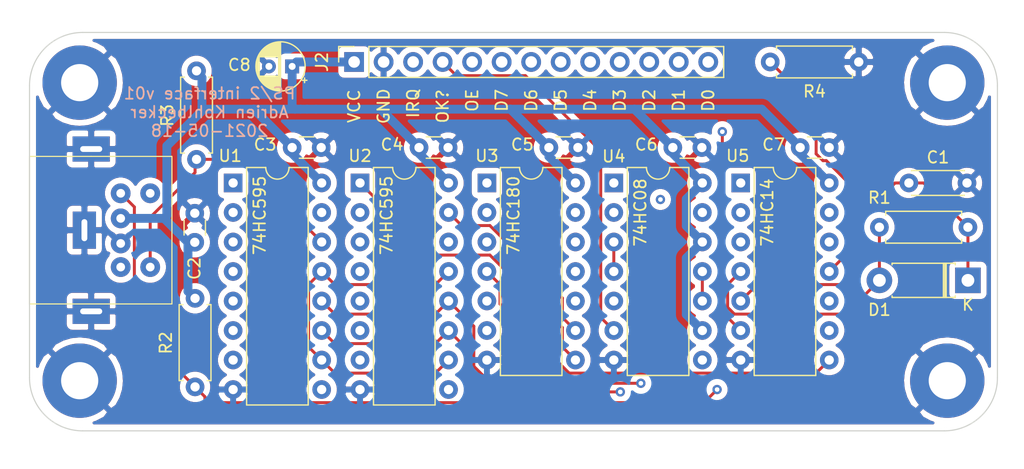
<source format=kicad_pcb>
(kicad_pcb (version 20171130) (host pcbnew "(5.1.9-0-10_14)")
  (layers (0 F.Cu signal) (1 In1.Cu signal) (2 In2.Cu signal) (31 B.Cu signal) (34 B.Paste user) (35 F.Paste user) (36 B.SilkS user) (37 F.SilkS user) (38 B.Mask user) (39 F.Mask user) (44 Edge.Cuts user))
  (net 0 "")
  (net 1 GND)
  (net 2 "Net-(C1-Pad1)")
  (net 3 VCC)
  (net 4 "Net-(D1-Pad2)")
  (net 5 /D0)
  (net 6 /D1)
  (net 7 /D2)
  (net 8 /D3)
  (net 9 /D4)
  (net 10 /D5)
  (net 11 /D6)
  (net 12 /D7)
  (net 13 BUS_ENABLE)
  (net 14 VALID_PACKET)
  (net 15 IRQ)
  (net 16 KBD_CLK)
  (net 17 KBD_DATA)
  (net 18 /DE)
  (net 19 ~REG_OE)
  (net 20 ~LATCH_CLK)
  (net 21 ~REG_CLK)
  (net 22 "Net-(U1-Pad9)")
  (net 23 /DP)
  (net 24 /DS)
  (net 25 "Net-(U3-Pad5)")
  (net 26 "Net-(U3-Pad4)")
  (net 27 "Net-(U4-Pad10)")
  (net 28 "Net-(U4-Pad3)")
  (net 29 "Net-(U4-Pad2)")
  (module AK's_Footprints:Mini_din6 (layer F.Cu) (at 82.2706 76.962 270)
    (fp_text reference J1)
    (fp_text value Mini-DIN-6)
    (fp_line (start -6.35 1.27) (end -6.35 -5.68) (layer F.SilkS) (width 0.1))
    (fp_line (start -6.35 -5.68) (end 6.35 -5.68) (layer F.SilkS) (width 0.1))
    (fp_line (start 6.35 -5.68) (end 6.35 6.58) (layer F.SilkS) (width 0.1))
    (fp_line (start 6.35 6.58) (end -6.35 6.58) (layer F.SilkS) (width 0.1))
    (fp_line (start -6.35 6.58) (end -6.35 1.27) (layer F.SilkS) (width 0.1))
    (pad GND thru_hole rect (at -6.985 1.27 270) (size 2.16916 3.2004) (drill oval 0.5 1.9) (layers *.Cu *.Mask) (net 1 GND))
    (pad GND thru_hole rect (at 6.985 1.27 270) (size 2.16916 3.2004) (drill oval 0.5 1.9) (layers *.Cu *.Mask) (net 1 GND))
    (pad GND thru_hole rect (at 0 1.8542 270) (size 3.2004 1.99898) (drill oval 1.9 0.5) (layers *.Cu *.Mask) (net 1 GND))
    (pad 3 thru_hole circle (at 3.175 -1.27 270) (size 1.7 1.7) (drill 0.75) (layers *.Cu *.Mask) (net 1 GND))
    (pad 4 thru_hole circle (at -3.175 -1.27 270) (size 1.7 1.7) (drill 0.75) (layers *.Cu *.Mask) (net 3 VCC))
    (pad 6 thru_hole circle (at -3.175 -3.81 270) (size 1.7 1.7) (drill 0.75) (layers *.Cu *.Mask))
    (pad 5 thru_hole circle (at 3.175 -3.81 270) (size 1.7 1.7) (drill 0.75) (layers *.Cu *.Mask) (net 16 KBD_CLK))
    (pad 1 thru_hole circle (at 1.143 -1.27 270) (size 1.7 1.7) (drill 0.75) (layers *.Cu *.Mask) (net 17 KBD_DATA))
    (pad 2 thru_hole circle (at -1.016 -1.27 270) (size 1.7 1.7) (drill 0.75) (layers *.Cu *.Mask))
  )
  (module MountingHole:MountingHole_3.2mm_M3_Pad (layer F.Cu) (at 154.686 89.916)
    (fp_text reference H4 hide)
    (fp_text value MountingHole_Pad)
    (pad 1 thru_hole circle (at 0 0) (size 6.4 6.4) (drill 3.2) (layers *.Cu *.Mask) (net 1 GND))
  )
  (module MountingHole:MountingHole_3.2mm_M3_Pad (layer F.Cu) (at 154.686 64.262)
    (fp_text reference H3 hide)
    (fp_text value MountingHole_Pad)
    (pad 1 thru_hole circle (at 0 0) (size 6.4 6.4) (drill 3.2) (layers *.Cu *.Mask) (net 1 GND))
  )
  (module MountingHole:MountingHole_3.2mm_M3_Pad (layer F.Cu) (at 80.01 89.916)
    (fp_text reference H2 hide)
    (fp_text value MountingHole_Pad)
    (pad 1 thru_hole circle (at 0 0) (size 6.4 6.4) (drill 3.2) (layers *.Cu *.Mask) (net 1 GND))
  )
  (module MountingHole:MountingHole_3.2mm_M3_Pad (layer F.Cu) (at 80.01 64.262)
    (fp_text reference H1 hide)
    (fp_text value MountingHole_Pad)
    (pad 1 thru_hole circle (at 0 0) (size 6.4 6.4) (drill 3.2) (layers *.Cu *.Mask) (net 1 GND))
  )
  (module Capacitor_THT:CP_Radial_D4.0mm_P2.00mm (layer F.Cu) (at 98.298 62.865 180)
    (fp_text reference C8 (at 4.5466 0.127) (layer F.SilkS))
    (fp_text value 1uF)
    (fp_circle (center 1 0) (end 3.12 0) (layer F.SilkS) (width 0.12))
    (fp_line (start 1 -2.08) (end 1 2.08) (layer F.SilkS) (width 0.12))
    (fp_line (start 1.04 -2.08) (end 1.04 2.08) (layer F.SilkS) (width 0.12))
    (fp_line (start 1.08 -2.079) (end 1.08 2.079) (layer F.SilkS) (width 0.12))
    (fp_line (start 1.12 -2.077) (end 1.12 2.077) (layer F.SilkS) (width 0.12))
    (fp_line (start 1.16 -2.074) (end 1.16 2.074) (layer F.SilkS) (width 0.12))
    (fp_line (start 1.2 -2.071) (end 1.2 -0.84) (layer F.SilkS) (width 0.12))
    (fp_line (start 1.2 0.84) (end 1.2 2.071) (layer F.SilkS) (width 0.12))
    (fp_line (start 1.24 -2.067) (end 1.24 -0.84) (layer F.SilkS) (width 0.12))
    (fp_line (start 1.24 0.84) (end 1.24 2.067) (layer F.SilkS) (width 0.12))
    (fp_line (start 1.28 -2.062) (end 1.28 -0.84) (layer F.SilkS) (width 0.12))
    (fp_line (start 1.28 0.84) (end 1.28 2.062) (layer F.SilkS) (width 0.12))
    (fp_line (start 1.32 -2.056) (end 1.32 -0.84) (layer F.SilkS) (width 0.12))
    (fp_line (start 1.32 0.84) (end 1.32 2.056) (layer F.SilkS) (width 0.12))
    (fp_line (start 1.36 -2.05) (end 1.36 -0.84) (layer F.SilkS) (width 0.12))
    (fp_line (start 1.36 0.84) (end 1.36 2.05) (layer F.SilkS) (width 0.12))
    (fp_line (start 1.4 -2.042) (end 1.4 -0.84) (layer F.SilkS) (width 0.12))
    (fp_line (start 1.4 0.84) (end 1.4 2.042) (layer F.SilkS) (width 0.12))
    (fp_line (start 1.44 -2.034) (end 1.44 -0.84) (layer F.SilkS) (width 0.12))
    (fp_line (start 1.44 0.84) (end 1.44 2.034) (layer F.SilkS) (width 0.12))
    (fp_line (start 1.48 -2.025) (end 1.48 -0.84) (layer F.SilkS) (width 0.12))
    (fp_line (start 1.48 0.84) (end 1.48 2.025) (layer F.SilkS) (width 0.12))
    (fp_line (start 1.52 -2.016) (end 1.52 -0.84) (layer F.SilkS) (width 0.12))
    (fp_line (start 1.52 0.84) (end 1.52 2.016) (layer F.SilkS) (width 0.12))
    (fp_line (start 1.56 -2.005) (end 1.56 -0.84) (layer F.SilkS) (width 0.12))
    (fp_line (start 1.56 0.84) (end 1.56 2.005) (layer F.SilkS) (width 0.12))
    (fp_line (start 1.6 -1.994) (end 1.6 -0.84) (layer F.SilkS) (width 0.12))
    (fp_line (start 1.6 0.84) (end 1.6 1.994) (layer F.SilkS) (width 0.12))
    (fp_line (start 1.64 -1.982) (end 1.64 -0.84) (layer F.SilkS) (width 0.12))
    (fp_line (start 1.64 0.84) (end 1.64 1.982) (layer F.SilkS) (width 0.12))
    (fp_line (start 1.68 -1.968) (end 1.68 -0.84) (layer F.SilkS) (width 0.12))
    (fp_line (start 1.68 0.84) (end 1.68 1.968) (layer F.SilkS) (width 0.12))
    (fp_line (start 1.721 -1.954) (end 1.721 -0.84) (layer F.SilkS) (width 0.12))
    (fp_line (start 1.721 0.84) (end 1.721 1.954) (layer F.SilkS) (width 0.12))
    (fp_line (start 1.761 -1.94) (end 1.761 -0.84) (layer F.SilkS) (width 0.12))
    (fp_line (start 1.761 0.84) (end 1.761 1.94) (layer F.SilkS) (width 0.12))
    (fp_line (start 1.801 -1.924) (end 1.801 -0.84) (layer F.SilkS) (width 0.12))
    (fp_line (start 1.801 0.84) (end 1.801 1.924) (layer F.SilkS) (width 0.12))
    (fp_line (start 1.841 -1.907) (end 1.841 -0.84) (layer F.SilkS) (width 0.12))
    (fp_line (start 1.841 0.84) (end 1.841 1.907) (layer F.SilkS) (width 0.12))
    (fp_line (start 1.881 -1.889) (end 1.881 -0.84) (layer F.SilkS) (width 0.12))
    (fp_line (start 1.881 0.84) (end 1.881 1.889) (layer F.SilkS) (width 0.12))
    (fp_line (start 1.921 -1.87) (end 1.921 -0.84) (layer F.SilkS) (width 0.12))
    (fp_line (start 1.921 0.84) (end 1.921 1.87) (layer F.SilkS) (width 0.12))
    (fp_line (start 1.961 -1.851) (end 1.961 -0.84) (layer F.SilkS) (width 0.12))
    (fp_line (start 1.961 0.84) (end 1.961 1.851) (layer F.SilkS) (width 0.12))
    (fp_line (start 2.001 -1.83) (end 2.001 -0.84) (layer F.SilkS) (width 0.12))
    (fp_line (start 2.001 0.84) (end 2.001 1.83) (layer F.SilkS) (width 0.12))
    (fp_line (start 2.041 -1.808) (end 2.041 -0.84) (layer F.SilkS) (width 0.12))
    (fp_line (start 2.041 0.84) (end 2.041 1.808) (layer F.SilkS) (width 0.12))
    (fp_line (start 2.081 -1.785) (end 2.081 -0.84) (layer F.SilkS) (width 0.12))
    (fp_line (start 2.081 0.84) (end 2.081 1.785) (layer F.SilkS) (width 0.12))
    (fp_line (start 2.121 -1.76) (end 2.121 -0.84) (layer F.SilkS) (width 0.12))
    (fp_line (start 2.121 0.84) (end 2.121 1.76) (layer F.SilkS) (width 0.12))
    (fp_line (start 2.161 -1.735) (end 2.161 -0.84) (layer F.SilkS) (width 0.12))
    (fp_line (start 2.161 0.84) (end 2.161 1.735) (layer F.SilkS) (width 0.12))
    (fp_line (start 2.201 -1.708) (end 2.201 -0.84) (layer F.SilkS) (width 0.12))
    (fp_line (start 2.201 0.84) (end 2.201 1.708) (layer F.SilkS) (width 0.12))
    (fp_line (start 2.241 -1.68) (end 2.241 -0.84) (layer F.SilkS) (width 0.12))
    (fp_line (start 2.241 0.84) (end 2.241 1.68) (layer F.SilkS) (width 0.12))
    (fp_line (start 2.281 -1.65) (end 2.281 -0.84) (layer F.SilkS) (width 0.12))
    (fp_line (start 2.281 0.84) (end 2.281 1.65) (layer F.SilkS) (width 0.12))
    (fp_line (start 2.321 -1.619) (end 2.321 -0.84) (layer F.SilkS) (width 0.12))
    (fp_line (start 2.321 0.84) (end 2.321 1.619) (layer F.SilkS) (width 0.12))
    (fp_line (start 2.361 -1.587) (end 2.361 -0.84) (layer F.SilkS) (width 0.12))
    (fp_line (start 2.361 0.84) (end 2.361 1.587) (layer F.SilkS) (width 0.12))
    (fp_line (start 2.401 -1.552) (end 2.401 -0.84) (layer F.SilkS) (width 0.12))
    (fp_line (start 2.401 0.84) (end 2.401 1.552) (layer F.SilkS) (width 0.12))
    (fp_line (start 2.441 -1.516) (end 2.441 -0.84) (layer F.SilkS) (width 0.12))
    (fp_line (start 2.441 0.84) (end 2.441 1.516) (layer F.SilkS) (width 0.12))
    (fp_line (start 2.481 -1.478) (end 2.481 -0.84) (layer F.SilkS) (width 0.12))
    (fp_line (start 2.481 0.84) (end 2.481 1.478) (layer F.SilkS) (width 0.12))
    (fp_line (start 2.521 -1.438) (end 2.521 -0.84) (layer F.SilkS) (width 0.12))
    (fp_line (start 2.521 0.84) (end 2.521 1.438) (layer F.SilkS) (width 0.12))
    (fp_line (start 2.561 -1.396) (end 2.561 -0.84) (layer F.SilkS) (width 0.12))
    (fp_line (start 2.561 0.84) (end 2.561 1.396) (layer F.SilkS) (width 0.12))
    (fp_line (start 2.601 -1.351) (end 2.601 -0.84) (layer F.SilkS) (width 0.12))
    (fp_line (start 2.601 0.84) (end 2.601 1.351) (layer F.SilkS) (width 0.12))
    (fp_line (start 2.641 -1.304) (end 2.641 -0.84) (layer F.SilkS) (width 0.12))
    (fp_line (start 2.641 0.84) (end 2.641 1.304) (layer F.SilkS) (width 0.12))
    (fp_line (start 2.681 -1.254) (end 2.681 -0.84) (layer F.SilkS) (width 0.12))
    (fp_line (start 2.681 0.84) (end 2.681 1.254) (layer F.SilkS) (width 0.12))
    (fp_line (start 2.721 -1.2) (end 2.721 -0.84) (layer F.SilkS) (width 0.12))
    (fp_line (start 2.721 0.84) (end 2.721 1.2) (layer F.SilkS) (width 0.12))
    (fp_line (start 2.761 -1.142) (end 2.761 -0.84) (layer F.SilkS) (width 0.12))
    (fp_line (start 2.761 0.84) (end 2.761 1.142) (layer F.SilkS) (width 0.12))
    (fp_line (start 2.801 -1.08) (end 2.801 -0.84) (layer F.SilkS) (width 0.12))
    (fp_line (start 2.801 0.84) (end 2.801 1.08) (layer F.SilkS) (width 0.12))
    (fp_line (start 2.841 -1.013) (end 2.841 1.013) (layer F.SilkS) (width 0.12))
    (fp_line (start 2.881 -0.94) (end 2.881 0.94) (layer F.SilkS) (width 0.12))
    (fp_line (start 2.921 -0.859) (end 2.921 0.859) (layer F.SilkS) (width 0.12))
    (fp_line (start 2.961 -0.768) (end 2.961 0.768) (layer F.SilkS) (width 0.12))
    (fp_line (start 3.001 -0.664) (end 3.001 0.664) (layer F.SilkS) (width 0.12))
    (fp_line (start 3.041 -0.537) (end 3.041 0.537) (layer F.SilkS) (width 0.12))
    (fp_line (start 3.081 -0.37) (end 3.081 0.37) (layer F.SilkS) (width 0.12))
    (fp_line (start -1.269801 -1.195) (end -0.869801 -1.195) (layer F.SilkS) (width 0.12))
    (fp_line (start -1.069801 -1.395) (end -1.069801 -0.995) (layer F.SilkS) (width 0.12))
    (pad 2 thru_hole circle (at 2 0 180) (size 1.2 1.2) (drill 0.6) (layers *.Cu *.Mask) (net 1 GND))
    (pad 1 thru_hole rect (at 0 0 180) (size 1.2 1.2) (drill 0.6) (layers *.Cu *.Mask) (net 3 VCC))
  )
  (module Package_DIP:DIP-14_W7.62mm (layer F.Cu) (at 136.906 72.898)
    (fp_text reference U5 (at -0.254 -2.33) (layer F.SilkS))
    (fp_text value 74HC14)
    (fp_line (start 2.81 -1.33) (end 1.16 -1.33) (layer F.SilkS) (width 0.12))
    (fp_line (start 1.16 -1.33) (end 1.16 16.57) (layer F.SilkS) (width 0.12))
    (fp_line (start 1.16 16.57) (end 6.46 16.57) (layer F.SilkS) (width 0.12))
    (fp_line (start 6.46 16.57) (end 6.46 -1.33) (layer F.SilkS) (width 0.12))
    (fp_line (start 6.46 -1.33) (end 4.81 -1.33) (layer F.SilkS) (width 0.12))
    (fp_arc (start 3.81 -1.33) (end 2.81 -1.33) (angle -180) (layer F.SilkS) (width 0.12))
    (pad 14 thru_hole oval (at 7.62 0) (size 1.6 1.6) (drill 0.8) (layers *.Cu *.Mask) (net 3 VCC))
    (pad 7 thru_hole oval (at 0 15.24) (size 1.6 1.6) (drill 0.8) (layers *.Cu *.Mask) (net 1 GND))
    (pad 13 thru_hole oval (at 7.62 2.54) (size 1.6 1.6) (drill 0.8) (layers *.Cu *.Mask) (net 16 KBD_CLK))
    (pad 6 thru_hole oval (at 0 12.7) (size 1.6 1.6) (drill 0.8) (layers *.Cu *.Mask) (net 15 IRQ))
    (pad 12 thru_hole oval (at 7.62 5.08) (size 1.6 1.6) (drill 0.8) (layers *.Cu *.Mask) (net 21 ~REG_CLK))
    (pad 5 thru_hole oval (at 0 10.16) (size 1.6 1.6) (drill 0.8) (layers *.Cu *.Mask) (net 2 "Net-(C1-Pad1)"))
    (pad 11 thru_hole oval (at 7.62 7.62) (size 1.6 1.6) (drill 0.8) (layers *.Cu *.Mask) (net 13 BUS_ENABLE))
    (pad 4 thru_hole oval (at 0 7.62) (size 1.6 1.6) (drill 0.8) (layers *.Cu *.Mask) (net 4 "Net-(D1-Pad2)"))
    (pad 10 thru_hole oval (at 7.62 10.16) (size 1.6 1.6) (drill 0.8) (layers *.Cu *.Mask) (net 19 ~REG_OE))
    (pad 3 thru_hole oval (at 0 5.08) (size 1.6 1.6) (drill 0.8) (layers *.Cu *.Mask) (net 16 KBD_CLK))
    (pad 9 thru_hole oval (at 7.62 12.7) (size 1.6 1.6) (drill 0.8) (layers *.Cu *.Mask) (net 23 /DP))
    (pad 2 thru_hole oval (at 0 2.54) (size 1.6 1.6) (drill 0.8) (layers *.Cu *.Mask) (net 29 "Net-(U4-Pad2)"))
    (pad 8 thru_hole oval (at 7.62 15.24) (size 1.6 1.6) (drill 0.8) (layers *.Cu *.Mask) (net 26 "Net-(U3-Pad4)"))
    (pad 1 thru_hole rect (at 0 0) (size 1.6 1.6) (drill 0.8) (layers *.Cu *.Mask) (net 24 /DS))
  )
  (module Capacitor_THT:C_Disc_D4.3mm_W1.9mm_P5.00mm (layer F.Cu) (at 151.384 72.898)
    (fp_text reference C1 (at 2.5 -2.2) (layer F.SilkS))
    (fp_text value 10nF)
    (fp_line (start 0.23 -1.07) (end 4.77 -1.07) (layer F.SilkS) (width 0.12))
    (fp_line (start 0.23 1.07) (end 4.77 1.07) (layer F.SilkS) (width 0.12))
    (fp_line (start 0.23 -1.07) (end 0.23 -1.055) (layer F.SilkS) (width 0.12))
    (fp_line (start 0.23 1.055) (end 0.23 1.07) (layer F.SilkS) (width 0.12))
    (fp_line (start 4.77 -1.07) (end 4.77 -1.055) (layer F.SilkS) (width 0.12))
    (fp_line (start 4.77 1.055) (end 4.77 1.07) (layer F.SilkS) (width 0.12))
    (pad 2 thru_hole circle (at 5 0) (size 1.6 1.6) (drill 0.8) (layers *.Cu *.Mask) (net 1 GND))
    (pad 1 thru_hole circle (at 0 0) (size 1.6 1.6) (drill 0.8) (layers *.Cu *.Mask) (net 2 "Net-(C1-Pad1)"))
  )
  (module Resistor_THT:R_Axial_DIN0207_L6.3mm_D2.5mm_P7.62mm_Horizontal (layer F.Cu) (at 139.446 62.484)
    (fp_text reference R4 (at 3.81 2.54) (layer F.SilkS))
    (fp_text value 10k)
    (fp_line (start 0.54 -1.04) (end 0.54 -1.37) (layer F.SilkS) (width 0.12))
    (fp_line (start 0.54 -1.37) (end 7.08 -1.37) (layer F.SilkS) (width 0.12))
    (fp_line (start 7.08 -1.37) (end 7.08 -1.04) (layer F.SilkS) (width 0.12))
    (fp_line (start 0.54 1.04) (end 0.54 1.37) (layer F.SilkS) (width 0.12))
    (fp_line (start 0.54 1.37) (end 7.08 1.37) (layer F.SilkS) (width 0.12))
    (fp_line (start 7.08 1.37) (end 7.08 1.04) (layer F.SilkS) (width 0.12))
    (pad 2 thru_hole oval (at 7.62 0) (size 1.6 1.6) (drill 0.8) (layers *.Cu *.Mask) (net 1 GND))
    (pad 1 thru_hole circle (at 0 0) (size 1.6 1.6) (drill 0.8) (layers *.Cu *.Mask) (net 13 BUS_ENABLE))
  )
  (module Resistor_THT:R_Axial_DIN0207_L6.3mm_D2.5mm_P7.62mm_Horizontal (layer F.Cu) (at 90.0684 63.246 270)
    (fp_text reference R3 (at 3.8354 2.5146 90) (layer F.SilkS))
    (fp_text value 10k)
    (fp_line (start 0.54 -1.04) (end 0.54 -1.37) (layer F.SilkS) (width 0.12))
    (fp_line (start 0.54 -1.37) (end 7.08 -1.37) (layer F.SilkS) (width 0.12))
    (fp_line (start 7.08 -1.37) (end 7.08 -1.04) (layer F.SilkS) (width 0.12))
    (fp_line (start 0.54 1.04) (end 0.54 1.37) (layer F.SilkS) (width 0.12))
    (fp_line (start 0.54 1.37) (end 7.08 1.37) (layer F.SilkS) (width 0.12))
    (fp_line (start 7.08 1.37) (end 7.08 1.04) (layer F.SilkS) (width 0.12))
    (pad 2 thru_hole oval (at 7.62 0 270) (size 1.6 1.6) (drill 0.8) (layers *.Cu *.Mask) (net 17 KBD_DATA))
    (pad 1 thru_hole circle (at 0 0 270) (size 1.6 1.6) (drill 0.8) (layers *.Cu *.Mask) (net 3 VCC))
  )
  (module Resistor_THT:R_Axial_DIN0207_L6.3mm_D2.5mm_P7.62mm_Horizontal (layer F.Cu) (at 89.9414 82.8294 270)
    (fp_text reference R2 (at 3.8354 2.5146 90) (layer F.SilkS))
    (fp_text value 10k)
    (fp_line (start 0.54 -1.04) (end 0.54 -1.37) (layer F.SilkS) (width 0.12))
    (fp_line (start 0.54 -1.37) (end 7.08 -1.37) (layer F.SilkS) (width 0.12))
    (fp_line (start 7.08 -1.37) (end 7.08 -1.04) (layer F.SilkS) (width 0.12))
    (fp_line (start 0.54 1.04) (end 0.54 1.37) (layer F.SilkS) (width 0.12))
    (fp_line (start 0.54 1.37) (end 7.08 1.37) (layer F.SilkS) (width 0.12))
    (fp_line (start 7.08 1.37) (end 7.08 1.04) (layer F.SilkS) (width 0.12))
    (pad 2 thru_hole oval (at 7.62 0 270) (size 1.6 1.6) (drill 0.8) (layers *.Cu *.Mask) (net 16 KBD_CLK))
    (pad 1 thru_hole circle (at 0 0 270) (size 1.6 1.6) (drill 0.8) (layers *.Cu *.Mask) (net 3 VCC))
  )
  (module Resistor_THT:R_Axial_DIN0207_L6.3mm_D2.5mm_P7.62mm_Horizontal (layer F.Cu) (at 148.844 76.708)
    (fp_text reference R1 (at 0 -2.54) (layer F.SilkS))
    (fp_text value 22k)
    (fp_line (start 0.54 -1.04) (end 0.54 -1.37) (layer F.SilkS) (width 0.12))
    (fp_line (start 0.54 -1.37) (end 7.08 -1.37) (layer F.SilkS) (width 0.12))
    (fp_line (start 7.08 -1.37) (end 7.08 -1.04) (layer F.SilkS) (width 0.12))
    (fp_line (start 0.54 1.04) (end 0.54 1.37) (layer F.SilkS) (width 0.12))
    (fp_line (start 0.54 1.37) (end 7.08 1.37) (layer F.SilkS) (width 0.12))
    (fp_line (start 7.08 1.37) (end 7.08 1.04) (layer F.SilkS) (width 0.12))
    (pad 2 thru_hole oval (at 7.62 0) (size 1.6 1.6) (drill 0.8) (layers *.Cu *.Mask) (net 2 "Net-(C1-Pad1)"))
    (pad 1 thru_hole circle (at 0 0) (size 1.6 1.6) (drill 0.8) (layers *.Cu *.Mask) (net 4 "Net-(D1-Pad2)"))
  )
  (module Diode_THT:D_DO-41_SOD81_P7.62mm_Horizontal (layer F.Cu) (at 156.464 81.28 180)
    (fp_text reference D1 (at 7.62 -2.54) (layer F.SilkS))
    (fp_text value 1N5817)
    (fp_line (start 1.09 -1.34) (end 1.09 -1.47) (layer F.SilkS) (width 0.12))
    (fp_line (start 1.09 -1.47) (end 6.53 -1.47) (layer F.SilkS) (width 0.12))
    (fp_line (start 6.53 -1.47) (end 6.53 -1.34) (layer F.SilkS) (width 0.12))
    (fp_line (start 1.09 1.34) (end 1.09 1.47) (layer F.SilkS) (width 0.12))
    (fp_line (start 1.09 1.47) (end 6.53 1.47) (layer F.SilkS) (width 0.12))
    (fp_line (start 6.53 1.47) (end 6.53 1.34) (layer F.SilkS) (width 0.12))
    (fp_line (start 1.99 -1.47) (end 1.99 1.47) (layer F.SilkS) (width 0.12))
    (fp_line (start 2.11 -1.47) (end 2.11 1.47) (layer F.SilkS) (width 0.12))
    (fp_line (start 1.87 -1.47) (end 1.87 1.47) (layer F.SilkS) (width 0.12))
    (fp_text user K (at 0 -2.1) (layer F.SilkS))
    (pad 2 thru_hole oval (at 7.62 0 180) (size 2.2 2.2) (drill 1.1) (layers *.Cu *.Mask) (net 4 "Net-(D1-Pad2)"))
    (pad 1 thru_hole rect (at 0 0 180) (size 2.2 2.2) (drill 1.1) (layers *.Cu *.Mask) (net 2 "Net-(C1-Pad1)"))
  )
  (module Capacitor_THT:C_Disc_D3.0mm_W1.6mm_P2.50mm (layer F.Cu) (at 142.026 69.85)
    (fp_text reference C7 (at -2.286 -0.254) (layer F.SilkS))
    (fp_text value 0.1uF)
    (fp_line (start 0.621 -0.92) (end 1.879 -0.92) (layer F.SilkS) (width 0.12))
    (fp_line (start 0.621 0.92) (end 1.879 0.92) (layer F.SilkS) (width 0.12))
    (pad 2 thru_hole circle (at 2.5 0) (size 1.6 1.6) (drill 0.8) (layers *.Cu *.Mask) (net 1 GND))
    (pad 1 thru_hole circle (at 0 0) (size 1.6 1.6) (drill 0.8) (layers *.Cu *.Mask) (net 3 VCC))
  )
  (module Capacitor_THT:C_Disc_D3.0mm_W1.6mm_P2.50mm (layer F.Cu) (at 131.064 69.85)
    (fp_text reference C6 (at -2.286 -0.254) (layer F.SilkS))
    (fp_text value 0.1uF)
    (fp_line (start 0.621 -0.92) (end 1.879 -0.92) (layer F.SilkS) (width 0.12))
    (fp_line (start 0.621 0.92) (end 1.879 0.92) (layer F.SilkS) (width 0.12))
    (pad 2 thru_hole circle (at 2.5 0) (size 1.6 1.6) (drill 0.8) (layers *.Cu *.Mask) (net 1 GND))
    (pad 1 thru_hole circle (at 0 0) (size 1.6 1.6) (drill 0.8) (layers *.Cu *.Mask) (net 3 VCC))
  )
  (module Capacitor_THT:C_Disc_D3.0mm_W1.6mm_P2.50mm (layer F.Cu) (at 120.396 69.85)
    (fp_text reference C5 (at -2.286 -0.254) (layer F.SilkS))
    (fp_text value 0.1uF)
    (fp_line (start 0.621 -0.92) (end 1.879 -0.92) (layer F.SilkS) (width 0.12))
    (fp_line (start 0.621 0.92) (end 1.879 0.92) (layer F.SilkS) (width 0.12))
    (pad 2 thru_hole circle (at 2.5 0) (size 1.6 1.6) (drill 0.8) (layers *.Cu *.Mask) (net 1 GND))
    (pad 1 thru_hole circle (at 0 0) (size 1.6 1.6) (drill 0.8) (layers *.Cu *.Mask) (net 3 VCC))
  )
  (module Capacitor_THT:C_Disc_D3.0mm_W1.6mm_P2.50mm (layer F.Cu) (at 109.22 69.85)
    (fp_text reference C4 (at -2.326 -0.254) (layer F.SilkS))
    (fp_text value 0.1uF)
    (fp_line (start 0.621 -0.92) (end 1.879 -0.92) (layer F.SilkS) (width 0.12))
    (fp_line (start 0.621 0.92) (end 1.879 0.92) (layer F.SilkS) (width 0.12))
    (pad 2 thru_hole circle (at 2.5 0) (size 1.6 1.6) (drill 0.8) (layers *.Cu *.Mask) (net 1 GND))
    (pad 1 thru_hole circle (at 0 0) (size 1.6 1.6) (drill 0.8) (layers *.Cu *.Mask) (net 3 VCC))
  )
  (module Capacitor_THT:C_Disc_D3.0mm_W1.6mm_P2.50mm (layer F.Cu) (at 98.298 69.85)
    (fp_text reference C3 (at -2.326 -0.254) (layer F.SilkS))
    (fp_text value 0.1uF)
    (fp_line (start 0.621 -0.92) (end 1.879 -0.92) (layer F.SilkS) (width 0.12))
    (fp_line (start 0.621 0.92) (end 1.879 0.92) (layer F.SilkS) (width 0.12))
    (pad 2 thru_hole circle (at 2.5 0) (size 1.6 1.6) (drill 0.8) (layers *.Cu *.Mask) (net 1 GND))
    (pad 1 thru_hole circle (at 0 0) (size 1.6 1.6) (drill 0.8) (layers *.Cu *.Mask) (net 3 VCC))
  )
  (module Capacitor_THT:C_Disc_D3.0mm_W1.6mm_P2.50mm (layer F.Cu) (at 89.916 78.0034 90)
    (fp_text reference C2 (at -2.2606 -0.0254 90) (layer F.SilkS))
    (fp_text value 0.1uF)
    (fp_line (start 0.621 -0.92) (end 1.879 -0.92) (layer F.SilkS) (width 0.12))
    (fp_line (start 0.621 0.92) (end 1.879 0.92) (layer F.SilkS) (width 0.12))
    (pad 2 thru_hole circle (at 2.5 0 90) (size 1.6 1.6) (drill 0.8) (layers *.Cu *.Mask) (net 1 GND))
    (pad 1 thru_hole circle (at 0 0 90) (size 1.6 1.6) (drill 0.8) (layers *.Cu *.Mask) (net 3 VCC))
  )
  (module Package_DIP:DIP-14_W7.62mm (layer F.Cu) (at 125.984 72.898)
    (fp_text reference U4 (at 0 -2.286) (layer F.SilkS))
    (fp_text value 74HC08)
    (fp_line (start 6.46 -1.33) (end 4.81 -1.33) (layer F.SilkS) (width 0.12))
    (fp_line (start 6.46 16.57) (end 6.46 -1.33) (layer F.SilkS) (width 0.12))
    (fp_line (start 1.16 16.57) (end 6.46 16.57) (layer F.SilkS) (width 0.12))
    (fp_line (start 1.16 -1.33) (end 1.16 16.57) (layer F.SilkS) (width 0.12))
    (fp_line (start 2.81 -1.33) (end 1.16 -1.33) (layer F.SilkS) (width 0.12))
    (fp_arc (start 3.81 -1.33) (end 2.81 -1.33) (angle -180) (layer F.SilkS) (width 0.12))
    (pad 14 thru_hole oval (at 7.62 0) (size 1.6 1.6) (drill 0.8) (layers *.Cu *.Mask) (net 3 VCC))
    (pad 7 thru_hole oval (at 0 15.24) (size 1.6 1.6) (drill 0.8) (layers *.Cu *.Mask) (net 1 GND))
    (pad 13 thru_hole oval (at 7.62 2.54) (size 1.6 1.6) (drill 0.8) (layers *.Cu *.Mask) (net 21 ~REG_CLK))
    (pad 6 thru_hole oval (at 0 12.7) (size 1.6 1.6) (drill 0.8) (layers *.Cu *.Mask) (net 14 VALID_PACKET))
    (pad 12 thru_hole oval (at 7.62 5.08) (size 1.6 1.6) (drill 0.8) (layers *.Cu *.Mask) (net 3 VCC))
    (pad 5 thru_hole oval (at 0 10.16) (size 1.6 1.6) (drill 0.8) (layers *.Cu *.Mask) (net 25 "Net-(U3-Pad5)"))
    (pad 11 thru_hole oval (at 7.62 7.62) (size 1.6 1.6) (drill 0.8) (layers *.Cu *.Mask) (net 27 "Net-(U4-Pad10)"))
    (pad 4 thru_hole oval (at 0 7.62) (size 1.6 1.6) (drill 0.8) (layers *.Cu *.Mask) (net 28 "Net-(U4-Pad3)"))
    (pad 10 thru_hole oval (at 7.62 10.16) (size 1.6 1.6) (drill 0.8) (layers *.Cu *.Mask) (net 27 "Net-(U4-Pad10)"))
    (pad 3 thru_hole oval (at 0 5.08) (size 1.6 1.6) (drill 0.8) (layers *.Cu *.Mask) (net 28 "Net-(U4-Pad3)"))
    (pad 9 thru_hole oval (at 7.62 12.7) (size 1.6 1.6) (drill 0.8) (layers *.Cu *.Mask) (net 3 VCC))
    (pad 2 thru_hole oval (at 0 2.54) (size 1.6 1.6) (drill 0.8) (layers *.Cu *.Mask) (net 29 "Net-(U4-Pad2)"))
    (pad 8 thru_hole oval (at 7.62 15.24) (size 1.6 1.6) (drill 0.8) (layers *.Cu *.Mask) (net 20 ~LATCH_CLK))
    (pad 1 thru_hole rect (at 0 0) (size 1.6 1.6) (drill 0.8) (layers *.Cu *.Mask) (net 18 /DE))
  )
  (module Package_DIP:DIP-14_W7.62mm (layer F.Cu) (at 115.062 72.898)
    (fp_text reference U3 (at 0 -2.33) (layer F.SilkS))
    (fp_text value 74HC180)
    (fp_line (start 6.46 -1.33) (end 4.81 -1.33) (layer F.SilkS) (width 0.12))
    (fp_line (start 6.46 16.57) (end 6.46 -1.33) (layer F.SilkS) (width 0.12))
    (fp_line (start 1.16 16.57) (end 6.46 16.57) (layer F.SilkS) (width 0.12))
    (fp_line (start 1.16 -1.33) (end 1.16 16.57) (layer F.SilkS) (width 0.12))
    (fp_line (start 2.81 -1.33) (end 1.16 -1.33) (layer F.SilkS) (width 0.12))
    (fp_arc (start 3.81 -1.33) (end 2.81 -1.33) (angle -180) (layer F.SilkS) (width 0.12))
    (pad 14 thru_hole oval (at 7.62 0) (size 1.6 1.6) (drill 0.8) (layers *.Cu *.Mask) (net 3 VCC))
    (pad 7 thru_hole oval (at 0 15.24) (size 1.6 1.6) (drill 0.8) (layers *.Cu *.Mask) (net 1 GND))
    (pad 13 thru_hole oval (at 7.62 2.54) (size 1.6 1.6) (drill 0.8) (layers *.Cu *.Mask) (net 10 /D5))
    (pad 6 thru_hole oval (at 0 12.7) (size 1.6 1.6) (drill 0.8) (layers *.Cu *.Mask))
    (pad 12 thru_hole oval (at 7.62 5.08) (size 1.6 1.6) (drill 0.8) (layers *.Cu *.Mask) (net 9 /D4))
    (pad 5 thru_hole oval (at 0 10.16) (size 1.6 1.6) (drill 0.8) (layers *.Cu *.Mask) (net 25 "Net-(U3-Pad5)"))
    (pad 11 thru_hole oval (at 7.62 7.62) (size 1.6 1.6) (drill 0.8) (layers *.Cu *.Mask) (net 8 /D3))
    (pad 4 thru_hole oval (at 0 7.62) (size 1.6 1.6) (drill 0.8) (layers *.Cu *.Mask) (net 26 "Net-(U3-Pad4)"))
    (pad 10 thru_hole oval (at 7.62 10.16) (size 1.6 1.6) (drill 0.8) (layers *.Cu *.Mask) (net 7 /D2))
    (pad 3 thru_hole oval (at 0 5.08) (size 1.6 1.6) (drill 0.8) (layers *.Cu *.Mask) (net 23 /DP))
    (pad 9 thru_hole oval (at 7.62 12.7) (size 1.6 1.6) (drill 0.8) (layers *.Cu *.Mask) (net 6 /D1))
    (pad 2 thru_hole oval (at 0 2.54) (size 1.6 1.6) (drill 0.8) (layers *.Cu *.Mask) (net 12 /D7))
    (pad 8 thru_hole oval (at 7.62 15.24) (size 1.6 1.6) (drill 0.8) (layers *.Cu *.Mask) (net 5 /D0))
    (pad 1 thru_hole rect (at 0 0) (size 1.6 1.6) (drill 0.8) (layers *.Cu *.Mask) (net 11 /D6))
  )
  (module Package_DIP:DIP-16_W7.62mm (layer F.Cu) (at 104.14 72.898)
    (fp_text reference U2 (at 0 -2.33) (layer F.SilkS))
    (fp_text value 74HC595)
    (fp_line (start 6.46 -1.33) (end 4.81 -1.33) (layer F.SilkS) (width 0.12))
    (fp_line (start 6.46 19.11) (end 6.46 -1.33) (layer F.SilkS) (width 0.12))
    (fp_line (start 1.16 19.11) (end 6.46 19.11) (layer F.SilkS) (width 0.12))
    (fp_line (start 1.16 -1.33) (end 1.16 19.11) (layer F.SilkS) (width 0.12))
    (fp_line (start 2.81 -1.33) (end 1.16 -1.33) (layer F.SilkS) (width 0.12))
    (fp_arc (start 3.81 -1.33) (end 2.81 -1.33) (angle -180) (layer F.SilkS) (width 0.12))
    (pad 16 thru_hole oval (at 7.62 0) (size 1.6 1.6) (drill 0.8) (layers *.Cu *.Mask) (net 3 VCC))
    (pad 8 thru_hole oval (at 0 17.78) (size 1.6 1.6) (drill 0.8) (layers *.Cu *.Mask) (net 1 GND))
    (pad 15 thru_hole oval (at 7.62 2.54) (size 1.6 1.6) (drill 0.8) (layers *.Cu *.Mask) (net 6 /D1))
    (pad 7 thru_hole oval (at 0 15.24) (size 1.6 1.6) (drill 0.8) (layers *.Cu *.Mask))
    (pad 14 thru_hole oval (at 7.62 5.08) (size 1.6 1.6) (drill 0.8) (layers *.Cu *.Mask) (net 22 "Net-(U1-Pad9)"))
    (pad 6 thru_hole oval (at 0 12.7) (size 1.6 1.6) (drill 0.8) (layers *.Cu *.Mask))
    (pad 13 thru_hole oval (at 7.62 7.62) (size 1.6 1.6) (drill 0.8) (layers *.Cu *.Mask) (net 19 ~REG_OE))
    (pad 5 thru_hole oval (at 0 10.16) (size 1.6 1.6) (drill 0.8) (layers *.Cu *.Mask))
    (pad 12 thru_hole oval (at 7.62 10.16) (size 1.6 1.6) (drill 0.8) (layers *.Cu *.Mask) (net 20 ~LATCH_CLK))
    (pad 4 thru_hole oval (at 0 7.62) (size 1.6 1.6) (drill 0.8) (layers *.Cu *.Mask))
    (pad 11 thru_hole oval (at 7.62 12.7) (size 1.6 1.6) (drill 0.8) (layers *.Cu *.Mask) (net 21 ~REG_CLK))
    (pad 3 thru_hole oval (at 0 5.08) (size 1.6 1.6) (drill 0.8) (layers *.Cu *.Mask))
    (pad 10 thru_hole oval (at 7.62 15.24) (size 1.6 1.6) (drill 0.8) (layers *.Cu *.Mask) (net 19 ~REG_OE))
    (pad 2 thru_hole oval (at 0 2.54) (size 1.6 1.6) (drill 0.8) (layers *.Cu *.Mask) (net 24 /DS))
    (pad 9 thru_hole oval (at 7.62 17.78) (size 1.6 1.6) (drill 0.8) (layers *.Cu *.Mask))
    (pad 1 thru_hole rect (at 0 0) (size 1.6 1.6) (drill 0.8) (layers *.Cu *.Mask) (net 5 /D0))
  )
  (module Package_DIP:DIP-16_W7.62mm (layer F.Cu) (at 93.218 72.898)
    (fp_text reference U1 (at -0.254 -2.33) (layer F.SilkS))
    (fp_text value 74HC595)
    (fp_line (start 6.46 -1.33) (end 4.81 -1.33) (layer F.SilkS) (width 0.12))
    (fp_line (start 6.46 19.11) (end 6.46 -1.33) (layer F.SilkS) (width 0.12))
    (fp_line (start 1.16 19.11) (end 6.46 19.11) (layer F.SilkS) (width 0.12))
    (fp_line (start 1.16 -1.33) (end 1.16 19.11) (layer F.SilkS) (width 0.12))
    (fp_line (start 2.81 -1.33) (end 1.16 -1.33) (layer F.SilkS) (width 0.12))
    (fp_arc (start 3.81 -1.33) (end 2.81 -1.33) (angle -180) (layer F.SilkS) (width 0.12))
    (pad 16 thru_hole oval (at 7.62 0) (size 1.6 1.6) (drill 0.8) (layers *.Cu *.Mask) (net 3 VCC))
    (pad 8 thru_hole oval (at 0 17.78) (size 1.6 1.6) (drill 0.8) (layers *.Cu *.Mask) (net 1 GND))
    (pad 15 thru_hole oval (at 7.62 2.54) (size 1.6 1.6) (drill 0.8) (layers *.Cu *.Mask) (net 18 /DE))
    (pad 7 thru_hole oval (at 0 15.24) (size 1.6 1.6) (drill 0.8) (layers *.Cu *.Mask) (net 7 /D2))
    (pad 14 thru_hole oval (at 7.62 5.08) (size 1.6 1.6) (drill 0.8) (layers *.Cu *.Mask) (net 17 KBD_DATA))
    (pad 6 thru_hole oval (at 0 12.7) (size 1.6 1.6) (drill 0.8) (layers *.Cu *.Mask) (net 8 /D3))
    (pad 13 thru_hole oval (at 7.62 7.62) (size 1.6 1.6) (drill 0.8) (layers *.Cu *.Mask) (net 19 ~REG_OE))
    (pad 5 thru_hole oval (at 0 10.16) (size 1.6 1.6) (drill 0.8) (layers *.Cu *.Mask) (net 9 /D4))
    (pad 12 thru_hole oval (at 7.62 10.16) (size 1.6 1.6) (drill 0.8) (layers *.Cu *.Mask) (net 20 ~LATCH_CLK))
    (pad 4 thru_hole oval (at 0 7.62) (size 1.6 1.6) (drill 0.8) (layers *.Cu *.Mask) (net 10 /D5))
    (pad 11 thru_hole oval (at 7.62 12.7) (size 1.6 1.6) (drill 0.8) (layers *.Cu *.Mask) (net 21 ~REG_CLK))
    (pad 3 thru_hole oval (at 0 5.08) (size 1.6 1.6) (drill 0.8) (layers *.Cu *.Mask) (net 11 /D6))
    (pad 10 thru_hole oval (at 7.62 15.24) (size 1.6 1.6) (drill 0.8) (layers *.Cu *.Mask) (net 19 ~REG_OE))
    (pad 2 thru_hole oval (at 0 2.54) (size 1.6 1.6) (drill 0.8) (layers *.Cu *.Mask) (net 12 /D7))
    (pad 9 thru_hole oval (at 7.62 17.78) (size 1.6 1.6) (drill 0.8) (layers *.Cu *.Mask) (net 22 "Net-(U1-Pad9)"))
    (pad 1 thru_hole rect (at 0 0) (size 1.6 1.6) (drill 0.8) (layers *.Cu *.Mask) (net 23 /DP))
  )
  (module Connector_PinSocket_2.54mm:PinSocket_1x13_P2.54mm_Vertical (layer F.Cu) (at 103.632 62.484 90)
    (fp_text reference J2 (at 0 -2.77 90) (layer F.SilkS))
    (fp_text value Conn_01x13)
    (fp_line (start 0 -1.33) (end 1.33 -1.33) (layer F.SilkS) (width 0.12))
    (fp_line (start 1.33 -1.33) (end 1.33 0) (layer F.SilkS) (width 0.12))
    (fp_line (start 1.33 1.27) (end 1.33 31.81) (layer F.SilkS) (width 0.12))
    (fp_line (start -1.33 31.81) (end 1.33 31.81) (layer F.SilkS) (width 0.12))
    (fp_line (start -1.33 1.27) (end -1.33 31.81) (layer F.SilkS) (width 0.12))
    (fp_line (start -1.33 1.27) (end 1.33 1.27) (layer F.SilkS) (width 0.12))
    (pad 13 thru_hole oval (at 0 30.48 90) (size 1.7 1.7) (drill 1) (layers *.Cu *.Mask) (net 5 /D0))
    (pad 12 thru_hole oval (at 0 27.94 90) (size 1.7 1.7) (drill 1) (layers *.Cu *.Mask) (net 6 /D1))
    (pad 11 thru_hole oval (at 0 25.4 90) (size 1.7 1.7) (drill 1) (layers *.Cu *.Mask) (net 7 /D2))
    (pad 10 thru_hole oval (at 0 22.86 90) (size 1.7 1.7) (drill 1) (layers *.Cu *.Mask) (net 8 /D3))
    (pad 9 thru_hole oval (at 0 20.32 90) (size 1.7 1.7) (drill 1) (layers *.Cu *.Mask) (net 9 /D4))
    (pad 8 thru_hole oval (at 0 17.78 90) (size 1.7 1.7) (drill 1) (layers *.Cu *.Mask) (net 10 /D5))
    (pad 7 thru_hole oval (at 0 15.24 90) (size 1.7 1.7) (drill 1) (layers *.Cu *.Mask) (net 11 /D6))
    (pad 6 thru_hole oval (at 0 12.7 90) (size 1.7 1.7) (drill 1) (layers *.Cu *.Mask) (net 12 /D7))
    (pad 5 thru_hole oval (at 0 10.16 90) (size 1.7 1.7) (drill 1) (layers *.Cu *.Mask) (net 13 BUS_ENABLE))
    (pad 4 thru_hole oval (at 0 7.62 90) (size 1.7 1.7) (drill 1) (layers *.Cu *.Mask) (net 14 VALID_PACKET))
    (pad 3 thru_hole oval (at 0 5.08 90) (size 1.7 1.7) (drill 1) (layers *.Cu *.Mask) (net 15 IRQ))
    (pad 2 thru_hole oval (at 0 2.54 90) (size 1.7 1.7) (drill 1) (layers *.Cu *.Mask) (net 1 GND))
    (pad 1 thru_hole rect (at 0 0 90) (size 1.7 1.7) (drill 1) (layers *.Cu *.Mask) (net 3 VCC))
  )
  (gr_text "PS/2 interface v01\nAdrien Kohlbecker\n2021-05-18" (at 91.186 66.802) (layer B.SilkS) (effects (font (size 1 1)) (justify mirror)))
  (gr_arc (start 154.432 64.516) (end 159.004 64.516) (angle -90) (layer Edge.Cuts) (width 0.1))
  (gr_arc (start 154.432 89.662) (end 154.432 94.234) (angle -90) (layer Edge.Cuts) (width 0.1))
  (gr_arc (start 80.264 89.662) (end 75.692 89.662) (angle -90) (layer Edge.Cuts) (width 0.1))
  (gr_arc (start 80.264 64.516) (end 80.264 59.944) (angle -90) (layer Edge.Cuts) (width 0.1))
  (gr_text D0 (at 134.112 65.786 90) (layer F.SilkS) (effects (font (size 1 1))))
  (gr_text D1 (at 131.572 65.786 90) (layer F.SilkS) (effects (font (size 1 1))))
  (gr_text D2 (at 129.032 65.786 90) (layer F.SilkS) (effects (font (size 1 1))))
  (gr_text D3 (at 126.492 65.786 90) (layer F.SilkS) (effects (font (size 1 1))))
  (gr_text D4 (at 123.952 65.786 90) (layer F.SilkS) (effects (font (size 1 1))))
  (gr_text D5 (at 121.412 65.786 90) (layer F.SilkS) (effects (font (size 1 1))))
  (gr_text D6 (at 118.872 65.786 90) (layer F.SilkS) (effects (font (size 1 1))))
  (gr_text D7 (at 116.332 65.786 90) (layer F.SilkS) (effects (font (size 1 1))))
  (gr_text OE (at 113.792 65.786 90) (layer F.SilkS) (effects (font (size 1 1))))
  (gr_text OK? (at 111.252 66.294 90) (layer F.SilkS) (effects (font (size 1 1))))
  (gr_text IRQ (at 108.712 66.04 90) (layer F.SilkS) (effects (font (size 1 1))))
  (gr_text GND (at 106.172 66.294 90) (layer F.SilkS) (effects (font (size 1 1))))
  (gr_text VCC (at 103.632 66.294 90) (layer F.SilkS) (effects (font (size 1 1))))
  (gr_text 74HC14 (at 139.192 75.438 90) (layer F.SilkS) (effects (font (size 1 1))))
  (gr_text 74HC08 (at 128.27 75.438 90) (layer F.SilkS) (effects (font (size 1 1))))
  (gr_text 74HC180 (at 117.348 75.692 90) (layer F.SilkS) (effects (font (size 1 1))))
  (gr_text 74HC595 (at 106.426 75.692 90) (layer F.SilkS) (effects (font (size 1 1))))
  (gr_text 74HC595 (at 95.504 75.692 90) (layer F.SilkS) (effects (font (size 1 1))))
  (gr_line (start 75.692 89.662) (end 75.692 64.516) (layer Edge.Cuts) (width 0.1))
  (gr_line (start 80.264 59.944) (end 154.432 59.944) (layer Edge.Cuts) (width 0.1))
  (gr_line (start 159.004 64.516) (end 159.004 89.662) (layer Edge.Cuts) (width 0.1))
  (gr_line (start 154.432 94.234) (end 80.264 94.234) (layer Edge.Cuts) (width 0.1))
  (segment (start 82.042 69.977) (end 82.042 69.85) (width 0.762) (layer B.Cu) (net 1))
  (segment (start 152.654 72.898) (end 156.464 76.708) (width 0.254) (layer F.Cu) (net 2))
  (segment (start 151.384 72.898) (end 152.654 72.898) (width 0.254) (layer F.Cu) (net 2))
  (segment (start 156.464 76.708) (end 156.464 81.28) (width 0.254) (layer F.Cu) (net 2))
  (segment (start 151.384 72.898) (end 150.197268 72.898) (width 0.254) (layer F.Cu) (net 2))
  (segment (start 145.819067 81.645001) (end 138.318999 81.645001) (width 0.254) (layer F.Cu) (net 2))
  (segment (start 146.859611 80.604457) (end 145.819067 81.645001) (width 0.254) (layer F.Cu) (net 2))
  (segment (start 146.859611 76.235657) (end 146.859611 80.604457) (width 0.254) (layer F.Cu) (net 2))
  (segment (start 150.197268 72.898) (end 146.859611 76.235657) (width 0.254) (layer F.Cu) (net 2))
  (segment (start 138.318999 81.645001) (end 136.906 83.058) (width 0.254) (layer F.Cu) (net 2))
  (segment (start 132.222999 76.596999) (end 133.604 77.978) (width 0.762) (layer B.Cu) (net 3))
  (segment (start 132.222999 74.279001) (end 132.222999 76.596999) (width 0.762) (layer B.Cu) (net 3))
  (segment (start 133.604 72.898) (end 132.222999 74.279001) (width 0.762) (layer B.Cu) (net 3))
  (segment (start 132.222999 84.216999) (end 133.604 85.598) (width 0.762) (layer B.Cu) (net 3))
  (segment (start 132.222999 79.359001) (end 132.222999 84.216999) (width 0.762) (layer B.Cu) (net 3))
  (segment (start 133.604 77.978) (end 132.222999 79.359001) (width 0.762) (layer B.Cu) (net 3))
  (segment (start 98.298 70.358) (end 100.838 72.898) (width 0.762) (layer B.Cu) (net 3))
  (segment (start 98.298 69.85) (end 98.298 70.358) (width 0.762) (layer B.Cu) (net 3))
  (segment (start 94.996 66.548) (end 98.298 69.85) (width 0.762) (layer B.Cu) (net 3))
  (segment (start 105.918 66.548) (end 109.22 69.85) (width 0.762) (layer B.Cu) (net 3))
  (segment (start 109.22 70.358) (end 111.76 72.898) (width 0.762) (layer B.Cu) (net 3))
  (segment (start 109.22 69.85) (end 109.22 70.358) (width 0.762) (layer B.Cu) (net 3))
  (segment (start 117.094 66.548) (end 120.396 69.85) (width 0.762) (layer B.Cu) (net 3))
  (segment (start 105.918 66.548) (end 117.094 66.548) (width 0.762) (layer B.Cu) (net 3))
  (segment (start 120.396 70.612) (end 122.682 72.898) (width 0.762) (layer B.Cu) (net 3))
  (segment (start 120.396 69.85) (end 120.396 70.612) (width 0.762) (layer B.Cu) (net 3))
  (segment (start 127.762 66.548) (end 131.064 69.85) (width 0.762) (layer B.Cu) (net 3))
  (segment (start 117.094 66.548) (end 127.762 66.548) (width 0.762) (layer B.Cu) (net 3))
  (segment (start 131.064 70.358) (end 133.604 72.898) (width 0.762) (layer B.Cu) (net 3))
  (segment (start 131.064 69.85) (end 131.064 70.358) (width 0.762) (layer B.Cu) (net 3))
  (segment (start 138.724 66.548) (end 142.026 69.85) (width 0.762) (layer B.Cu) (net 3))
  (segment (start 127.762 66.548) (end 138.724 66.548) (width 0.762) (layer B.Cu) (net 3))
  (segment (start 142.026 70.398) (end 144.526 72.898) (width 0.762) (layer B.Cu) (net 3))
  (segment (start 142.026 69.85) (end 142.026 70.398) (width 0.762) (layer B.Cu) (net 3))
  (segment (start 90.535001 63.839601) (end 89.9414 63.246) (width 0.762) (layer B.Cu) (net 3))
  (segment (start 90.535001 66.405001) (end 90.535001 63.839601) (width 0.762) (layer B.Cu) (net 3))
  (segment (start 90.678 66.548) (end 90.535001 66.405001) (width 0.762) (layer B.Cu) (net 3))
  (segment (start 94.996 66.548) (end 90.678 66.548) (width 0.762) (layer B.Cu) (net 3))
  (segment (start 87.2744 75.946) (end 89.3318 78.0034) (width 0.762) (layer B.Cu) (net 3))
  (segment (start 83.5406 75.946) (end 87.2744 75.946) (width 0.762) (layer B.Cu) (net 3))
  (segment (start 89.3318 82.2198) (end 89.9414 82.8294) (width 0.762) (layer B.Cu) (net 3))
  (segment (start 89.3318 78.0034) (end 89.3318 82.2198) (width 0.762) (layer B.Cu) (net 3))
  (segment (start 87.511601 69.714399) (end 90.678 66.548) (width 0.762) (layer B.Cu) (net 3))
  (segment (start 87.511601 75.708799) (end 87.511601 69.714399) (width 0.762) (layer B.Cu) (net 3))
  (segment (start 87.2744 75.946) (end 87.511601 75.708799) (width 0.762) (layer B.Cu) (net 3))
  (segment (start 100.3554 66.548) (end 105.918 66.548) (width 0.762) (layer B.Cu) (net 3))
  (segment (start 99.568 66.548) (end 100.3554 66.548) (width 0.762) (layer B.Cu) (net 3))
  (segment (start 94.996 66.548) (end 98.552 66.548) (width 0.762) (layer B.Cu) (net 3))
  (segment (start 99.0092 66.548) (end 99.568 66.548) (width 0.762) (layer B.Cu) (net 3))
  (segment (start 98.552 66.548) (end 99.0092 66.548) (width 0.762) (layer B.Cu) (net 3))
  (segment (start 98.679 62.484) (end 98.298 62.865) (width 0.762) (layer B.Cu) (net 3))
  (segment (start 103.632 62.484) (end 98.679 62.484) (width 0.762) (layer B.Cu) (net 3))
  (segment (start 98.298 66.294) (end 98.552 66.548) (width 0.762) (layer B.Cu) (net 3))
  (segment (start 98.298 62.865) (end 98.298 66.294) (width 0.762) (layer B.Cu) (net 3))
  (segment (start 148.844 76.708) (end 148.844 81.28) (width 0.254) (layer F.Cu) (net 4))
  (segment (start 145.938999 84.185001) (end 148.844 81.28) (width 0.254) (layer F.Cu) (net 4))
  (segment (start 136.365039 84.185001) (end 145.938999 84.185001) (width 0.254) (layer F.Cu) (net 4))
  (segment (start 135.778999 81.645001) (end 135.778999 83.598961) (width 0.254) (layer F.Cu) (net 4))
  (segment (start 135.778999 83.598961) (end 136.365039 84.185001) (width 0.254) (layer F.Cu) (net 4))
  (segment (start 136.906 80.518) (end 135.778999 81.645001) (width 0.254) (layer F.Cu) (net 4))
  (segment (start 121.554999 87.010999) (end 122.682 88.138) (width 0.254) (layer F.Cu) (net 5))
  (segment (start 121.554999 85.343037) (end 121.554999 87.010999) (width 0.254) (layer F.Cu) (net 5))
  (segment (start 115.316963 79.105001) (end 121.554999 85.343037) (width 0.254) (layer F.Cu) (net 5))
  (segment (start 110.347001 79.105001) (end 115.316963 79.105001) (width 0.254) (layer F.Cu) (net 5))
  (segment (start 104.14 72.898) (end 110.347001 79.105001) (width 0.254) (layer F.Cu) (net 5))
  (segment (start 121.554999 82.803037) (end 121.554999 84.470999) (width 0.254) (layer F.Cu) (net 6))
  (segment (start 115.316963 76.565001) (end 121.554999 82.803037) (width 0.254) (layer F.Cu) (net 6))
  (segment (start 112.887001 76.565001) (end 115.316963 76.565001) (width 0.254) (layer F.Cu) (net 6))
  (segment (start 121.554999 84.470999) (end 122.682 85.598) (width 0.254) (layer F.Cu) (net 6))
  (segment (start 111.76 75.438) (end 112.887001 76.565001) (width 0.254) (layer F.Cu) (net 6))
  (segment (start 93.218 88.138) (end 93.218 88.0872) (width 0.254) (layer F.Cu) (net 7))
  (segment (start 144.272963 70.977001) (end 146.4056 73.109638) (width 0.254) (layer F.Cu) (net 13))
  (segment (start 143.985039 70.977001) (end 144.272963 70.977001) (width 0.254) (layer F.Cu) (net 13))
  (segment (start 143.398999 70.390961) (end 143.985039 70.977001) (width 0.254) (layer F.Cu) (net 13))
  (segment (start 139.446 62.484) (end 143.398999 66.436999) (width 0.254) (layer F.Cu) (net 13))
  (segment (start 143.398999 66.436999) (end 143.398999 70.390961) (width 0.254) (layer F.Cu) (net 13))
  (segment (start 146.4056 78.6384) (end 144.526 80.518) (width 0.254) (layer F.Cu) (net 13))
  (segment (start 146.4056 73.109638) (end 146.4056 78.6384) (width 0.254) (layer F.Cu) (net 13))
  (segment (start 124.856999 84.470999) (end 125.984 85.598) (width 0.254) (layer F.Cu) (net 14))
  (segment (start 124.856999 70.143037) (end 124.856999 84.470999) (width 0.254) (layer F.Cu) (net 14))
  (segment (start 118.374963 63.661001) (end 124.856999 70.143037) (width 0.254) (layer F.Cu) (net 14))
  (segment (start 112.429001 63.661001) (end 118.374963 63.661001) (width 0.254) (layer F.Cu) (net 14))
  (segment (start 111.252 62.484) (end 112.429001 63.661001) (width 0.254) (layer F.Cu) (net 14))
  (segment (start 136.906 85.598) (end 135.324988 84.016988) (width 0.254) (layer F.Cu) (net 15))
  (via (at 135.324988 68.484612) (size 0.8) (drill 0.4) (layers F.Cu B.Cu) (net 15))
  (segment (start 135.324988 84.016988) (end 135.324988 68.484612) (width 0.254) (layer F.Cu) (net 15))
  (via (at 134.874 90.678) (size 0.8) (drill 0.4) (layers F.Cu B.Cu) (net 16))
  (segment (start 133.746999 91.805001) (end 90.789001 91.805001) (width 0.254) (layer F.Cu) (net 16))
  (segment (start 134.874 90.678) (end 133.746999 91.805001) (width 0.254) (layer F.Cu) (net 16))
  (segment (start 84.717601 85.225601) (end 89.9414 90.4494) (width 0.254) (layer F.Cu) (net 16))
  (segment (start 84.717601 74.964001) (end 84.717601 85.225601) (width 0.254) (layer F.Cu) (net 16))
  (segment (start 83.5406 73.787) (end 84.717601 74.964001) (width 0.254) (layer F.Cu) (net 16))
  (segment (start 90.789001 91.297001) (end 90.789001 91.805001) (width 0.254) (layer F.Cu) (net 16))
  (segment (start 89.9414 90.4494) (end 90.789001 91.297001) (width 0.254) (layer F.Cu) (net 16))
  (segment (start 86.0806 75.85817) (end 86.0806 80.137) (width 0.254) (layer F.Cu) (net 17))
  (segment (start 89.9414 71.99737) (end 86.0806 75.85817) (width 0.254) (layer F.Cu) (net 17))
  (segment (start 93.726 70.866) (end 90.0684 70.866) (width 0.254) (layer F.Cu) (net 17))
  (segment (start 100.838 77.978) (end 93.726 70.866) (width 0.254) (layer F.Cu) (net 17))
  (segment (start 89.9414 70.993) (end 90.0684 70.866) (width 0.254) (layer F.Cu) (net 17))
  (segment (start 89.9414 71.99737) (end 89.9414 70.993) (width 0.254) (layer F.Cu) (net 17))
  (segment (start 110.632999 89.265001) (end 111.76 88.138) (width 0.254) (layer F.Cu) (net 19))
  (segment (start 101.965001 89.265001) (end 110.632999 89.265001) (width 0.254) (layer F.Cu) (net 19))
  (segment (start 100.838 88.138) (end 101.965001 89.265001) (width 0.254) (layer F.Cu) (net 19))
  (segment (start 101.965001 81.645001) (end 110.632999 81.645001) (width 0.254) (layer F.Cu) (net 19))
  (segment (start 110.632999 81.645001) (end 111.76 80.518) (width 0.254) (layer F.Cu) (net 19))
  (segment (start 100.838 80.518) (end 101.965001 81.645001) (width 0.254) (layer F.Cu) (net 19))
  (segment (start 99.710999 81.645001) (end 100.838 80.518) (width 0.254) (layer F.Cu) (net 19))
  (segment (start 99.710999 87.010999) (end 99.710999 81.645001) (width 0.254) (layer F.Cu) (net 19))
  (segment (start 100.838 88.138) (end 99.710999 87.010999) (width 0.254) (layer F.Cu) (net 19))
  (segment (start 110.632999 84.185001) (end 111.76 83.058) (width 0.254) (layer F.Cu) (net 20))
  (segment (start 101.965001 84.185001) (end 110.632999 84.185001) (width 0.254) (layer F.Cu) (net 20))
  (segment (start 100.838 83.058) (end 101.965001 84.185001) (width 0.254) (layer F.Cu) (net 20))
  (via (at 128.311401 90.140748) (size 0.8) (drill 0.4) (layers F.Cu B.Cu) (net 20))
  (segment (start 113.934999 85.232999) (end 111.76 83.058) (width 0.254) (layer F.Cu) (net 20))
  (segment (start 113.934999 88.678961) (end 113.934999 85.232999) (width 0.254) (layer F.Cu) (net 20))
  (segment (start 115.396786 90.140748) (end 113.934999 88.678961) (width 0.254) (layer F.Cu) (net 20))
  (segment (start 128.311401 90.140748) (end 115.396786 90.140748) (width 0.254) (layer F.Cu) (net 20))
  (segment (start 110.632999 86.725001) (end 111.76 85.598) (width 0.254) (layer F.Cu) (net 21))
  (segment (start 101.965001 86.725001) (end 110.632999 86.725001) (width 0.254) (layer F.Cu) (net 21))
  (segment (start 100.838 85.598) (end 101.965001 86.725001) (width 0.254) (layer F.Cu) (net 21))
  (via (at 126.5428 90.8812) (size 0.8) (drill 0.4) (layers F.Cu B.Cu) (net 21))
  (segment (start 113.480989 88.867019) (end 113.480989 87.318989) (width 0.254) (layer F.Cu) (net 21))
  (segment (start 115.49517 90.8812) (end 113.480989 88.867019) (width 0.254) (layer F.Cu) (net 21))
  (segment (start 113.480989 87.318989) (end 111.76 85.598) (width 0.254) (layer F.Cu) (net 21))
  (segment (start 126.5428 90.8812) (end 115.49517 90.8812) (width 0.254) (layer F.Cu) (net 21))
  (segment (start 144.526 85.598) (end 145.034 85.598) (width 0.254) (layer F.Cu) (net 23))
  (via (at 129.9972 74.3204) (size 0.8) (drill 0.4) (layers F.Cu B.Cu) (net 23))
  (segment (start 116.189001 83.312963) (end 116.189001 81.645001) (width 0.254) (layer F.Cu) (net 26))
  (segment (start 116.189001 81.645001) (end 115.062 80.518) (width 0.254) (layer F.Cu) (net 26))
  (segment (start 122.141039 89.265001) (end 116.189001 83.312963) (width 0.254) (layer F.Cu) (net 26))
  (segment (start 143.398999 89.265001) (end 122.141039 89.265001) (width 0.254) (layer F.Cu) (net 26))
  (segment (start 144.526 88.138) (end 143.398999 89.265001) (width 0.254) (layer F.Cu) (net 26))
  (segment (start 133.604 80.518) (end 133.604 83.058) (width 0.254) (layer F.Cu) (net 27))
  (segment (start 125.984 77.978) (end 125.984 80.518) (width 0.254) (layer F.Cu) (net 28))
  (zone (net 1) (net_name GND) (layer B.Cu) (connect_pads (clearance 0.508)) (min_thickness 0.254) (fill yes (arc_segments 32) (thermal_gap 0.508) (thermal_bridge_width 0.508))
    (polygon (pts (xy 161.29 97.536) (xy 73.406 97.028) (xy 73.406 57.404) (xy 161.29 57.15)))
  )
  (zone (net 1) (net_name GND) (layer F.Cu) (connect_pads (clearance 0.508)) (min_thickness 0.254) (fill yes (arc_segments 32) (thermal_gap 0.508) (thermal_bridge_width 0.508))
    (polygon (pts (xy 161.036 97.536) (xy 73.533 97.028) (xy 73.152 57.404) (xy 161.036 57.15)))
  )
)
</source>
